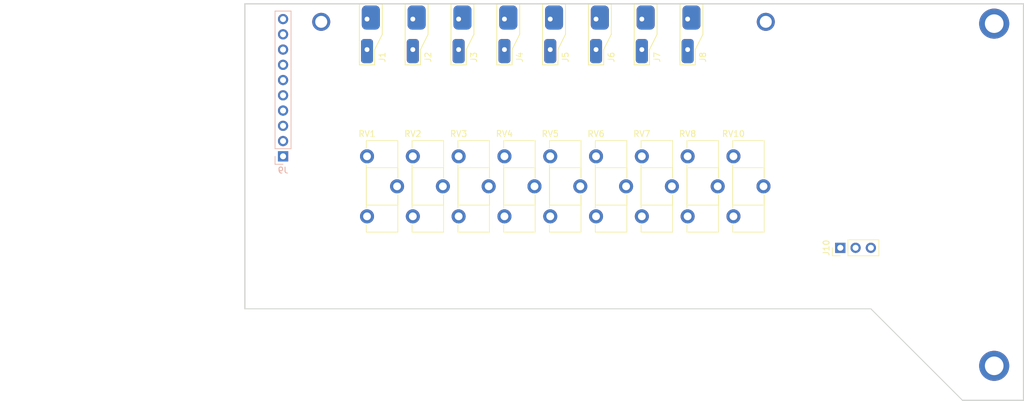
<source format=kicad_pcb>
(kicad_pcb (version 20171130) (host pcbnew 5.0.2-bee76a0~70~ubuntu16.04.1)

  (general
    (thickness 1.6)
    (drawings 10)
    (tracks 4)
    (zones 0)
    (modules 19)
    (nets 21)
  )

  (page A4)
  (layers
    (0 F.Cu signal)
    (31 B.Cu signal)
    (32 B.Adhes user)
    (33 F.Adhes user)
    (34 B.Paste user)
    (35 F.Paste user)
    (36 B.SilkS user)
    (37 F.SilkS user)
    (38 B.Mask user)
    (39 F.Mask user)
    (40 Dwgs.User user)
    (41 Cmts.User user)
    (42 Eco1.User user)
    (43 Eco2.User user)
    (44 Edge.Cuts user)
    (45 Margin user)
    (46 B.CrtYd user)
    (47 F.CrtYd user)
    (48 B.Fab user)
    (49 F.Fab user)
  )

  (setup
    (last_trace_width 2)
    (trace_clearance 1)
    (zone_clearance 1)
    (zone_45_only no)
    (trace_min 0.2)
    (segment_width 0.2)
    (edge_width 0.15)
    (via_size 0.8)
    (via_drill 0.4)
    (via_min_size 0.4)
    (via_min_drill 0.3)
    (uvia_size 0.3)
    (uvia_drill 0.1)
    (uvias_allowed no)
    (uvia_min_size 0.2)
    (uvia_min_drill 0.1)
    (pcb_text_width 0.3)
    (pcb_text_size 1.5 1.5)
    (mod_edge_width 0.15)
    (mod_text_size 1 1)
    (mod_text_width 0.15)
    (pad_size 2.34 2.34)
    (pad_drill 1.3)
    (pad_to_mask_clearance 0.051)
    (solder_mask_min_width 0.25)
    (aux_axis_origin 0 0)
    (visible_elements FFFFFF7F)
    (pcbplotparams
      (layerselection 0x010fc_ffffffff)
      (usegerberextensions false)
      (usegerberattributes false)
      (usegerberadvancedattributes false)
      (creategerberjobfile false)
      (excludeedgelayer true)
      (linewidth 0.100000)
      (plotframeref false)
      (viasonmask false)
      (mode 1)
      (useauxorigin false)
      (hpglpennumber 1)
      (hpglpenspeed 20)
      (hpglpendiameter 15.000000)
      (psnegative false)
      (psa4output false)
      (plotreference true)
      (plotvalue true)
      (plotinvisibletext false)
      (padsonsilk false)
      (subtractmaskfromsilk false)
      (outputformat 1)
      (mirror false)
      (drillshape 1)
      (scaleselection 1)
      (outputdirectory ""))
  )

  (net 0 "")
  (net 1 GNDA)
  (net 2 "Net-(J1-Pad2)")
  (net 3 "Net-(J2-Pad2)")
  (net 4 "Net-(J3-Pad2)")
  (net 5 "Net-(J4-Pad2)")
  (net 6 "Net-(J5-Pad2)")
  (net 7 "Net-(J6-Pad2)")
  (net 8 "Net-(J7-Pad2)")
  (net 9 "Net-(J8-Pad2)")
  (net 10 "Net-(J9-Pad2)")
  (net 11 "Net-(J9-Pad3)")
  (net 12 "Net-(J9-Pad4)")
  (net 13 "Net-(J9-Pad5)")
  (net 14 "Net-(J9-Pad6)")
  (net 15 "Net-(J9-Pad7)")
  (net 16 "Net-(J9-Pad8)")
  (net 17 "Net-(J9-Pad9)")
  (net 18 "Net-(J10-Pad1)")
  (net 19 "Net-(J10-Pad2)")
  (net 20 "Net-(J10-Pad3)")

  (net_class Default "This is the default net class."
    (clearance 1)
    (trace_width 2)
    (via_dia 0.8)
    (via_drill 0.4)
    (uvia_dia 0.3)
    (uvia_drill 0.1)
    (add_net GNDA)
    (add_net "Net-(J1-Pad2)")
    (add_net "Net-(J10-Pad1)")
    (add_net "Net-(J10-Pad2)")
    (add_net "Net-(J10-Pad3)")
    (add_net "Net-(J2-Pad2)")
    (add_net "Net-(J3-Pad2)")
    (add_net "Net-(J4-Pad2)")
    (add_net "Net-(J5-Pad2)")
    (add_net "Net-(J6-Pad2)")
    (add_net "Net-(J7-Pad2)")
    (add_net "Net-(J8-Pad2)")
    (add_net "Net-(J9-Pad2)")
    (add_net "Net-(J9-Pad3)")
    (add_net "Net-(J9-Pad4)")
    (add_net "Net-(J9-Pad5)")
    (add_net "Net-(J9-Pad6)")
    (add_net "Net-(J9-Pad7)")
    (add_net "Net-(J9-Pad8)")
    (add_net "Net-(J9-Pad9)")
  )

  (module footprints:coax_solder_pad (layer F.Cu) (tedit 5CB1CA80) (tstamp 5CEA5086)
    (at 73.66 15.24 270)
    (path /5CEA9CF8)
    (fp_text reference J1 (at 6.35 -2.54 270) (layer F.SilkS)
      (effects (font (size 1 1) (thickness 0.15)))
    )
    (fp_text value Conn_01x02 (at 3.81 -3.81 270) (layer F.Fab)
      (effects (font (size 1 1) (thickness 0.15)))
    )
    (fp_line (start -2.54 -2.54) (end 2.54 -2.54) (layer F.SilkS) (width 0.15))
    (fp_line (start 2.54 -2.54) (end 5.08 -1.27) (layer F.SilkS) (width 0.15))
    (fp_line (start 5.08 -1.27) (end 7.62 -1.27) (layer F.SilkS) (width 0.15))
    (fp_line (start 7.62 -1.27) (end 7.62 1.27) (layer F.SilkS) (width 0.15))
    (fp_line (start 7.62 1.27) (end -2.54 1.27) (layer F.SilkS) (width 0.15))
    (fp_line (start -2.54 1.27) (end -2.54 -2.54) (layer F.SilkS) (width 0.15))
    (pad 1 thru_hole roundrect (at 0 0 270) (size 4 3) (drill 0.8 (offset -0.254 -0.635)) (layers *.Cu *.Mask) (roundrect_rratio 0.25)
      (net 1 GNDA))
    (pad 2 thru_hole roundrect (at 5.08 0 270) (size 4 2) (drill 0.8 (offset 0.254 0)) (layers *.Cu *.Mask) (roundrect_rratio 0.25)
      (net 2 "Net-(J1-Pad2)"))
  )

  (module footprints:coax_solder_pad (layer F.Cu) (tedit 5CB1CA80) (tstamp 5CEA5092)
    (at 81.28 15.24 270)
    (path /5CEAA6AA)
    (fp_text reference J2 (at 6.35 -2.54 270) (layer F.SilkS)
      (effects (font (size 1 1) (thickness 0.15)))
    )
    (fp_text value Conn_01x02 (at 3.81 -3.81 270) (layer F.Fab)
      (effects (font (size 1 1) (thickness 0.15)))
    )
    (fp_line (start -2.54 1.27) (end -2.54 -2.54) (layer F.SilkS) (width 0.15))
    (fp_line (start 7.62 1.27) (end -2.54 1.27) (layer F.SilkS) (width 0.15))
    (fp_line (start 7.62 -1.27) (end 7.62 1.27) (layer F.SilkS) (width 0.15))
    (fp_line (start 5.08 -1.27) (end 7.62 -1.27) (layer F.SilkS) (width 0.15))
    (fp_line (start 2.54 -2.54) (end 5.08 -1.27) (layer F.SilkS) (width 0.15))
    (fp_line (start -2.54 -2.54) (end 2.54 -2.54) (layer F.SilkS) (width 0.15))
    (pad 2 thru_hole roundrect (at 5.08 0 270) (size 4 2) (drill 0.8 (offset 0.254 0)) (layers *.Cu *.Mask) (roundrect_rratio 0.25)
      (net 3 "Net-(J2-Pad2)"))
    (pad 1 thru_hole roundrect (at 0 0 270) (size 4 3) (drill 0.8 (offset -0.254 -0.635)) (layers *.Cu *.Mask) (roundrect_rratio 0.25)
      (net 1 GNDA))
  )

  (module footprints:coax_solder_pad (layer F.Cu) (tedit 5CB1CA80) (tstamp 5CEA509E)
    (at 88.9 15.24 270)
    (path /5CEAB615)
    (fp_text reference J3 (at 6.35 -2.54 270) (layer F.SilkS)
      (effects (font (size 1 1) (thickness 0.15)))
    )
    (fp_text value Conn_01x02 (at 3.81 -3.81 270) (layer F.Fab)
      (effects (font (size 1 1) (thickness 0.15)))
    )
    (fp_line (start -2.54 -2.54) (end 2.54 -2.54) (layer F.SilkS) (width 0.15))
    (fp_line (start 2.54 -2.54) (end 5.08 -1.27) (layer F.SilkS) (width 0.15))
    (fp_line (start 5.08 -1.27) (end 7.62 -1.27) (layer F.SilkS) (width 0.15))
    (fp_line (start 7.62 -1.27) (end 7.62 1.27) (layer F.SilkS) (width 0.15))
    (fp_line (start 7.62 1.27) (end -2.54 1.27) (layer F.SilkS) (width 0.15))
    (fp_line (start -2.54 1.27) (end -2.54 -2.54) (layer F.SilkS) (width 0.15))
    (pad 1 thru_hole roundrect (at 0 0 270) (size 4 3) (drill 0.8 (offset -0.254 -0.635)) (layers *.Cu *.Mask) (roundrect_rratio 0.25)
      (net 1 GNDA))
    (pad 2 thru_hole roundrect (at 5.08 0 270) (size 4 2) (drill 0.8 (offset 0.254 0)) (layers *.Cu *.Mask) (roundrect_rratio 0.25)
      (net 4 "Net-(J3-Pad2)"))
  )

  (module footprints:coax_solder_pad (layer F.Cu) (tedit 5CB1CA80) (tstamp 5CEA6703)
    (at 96.52 15.24 270)
    (path /5CEABD74)
    (fp_text reference J4 (at 6.35 -2.54 270) (layer F.SilkS)
      (effects (font (size 1 1) (thickness 0.15)))
    )
    (fp_text value Conn_01x02 (at 3.81 -3.81 270) (layer F.Fab)
      (effects (font (size 1 1) (thickness 0.15)))
    )
    (fp_line (start -2.54 1.27) (end -2.54 -2.54) (layer F.SilkS) (width 0.15))
    (fp_line (start 7.62 1.27) (end -2.54 1.27) (layer F.SilkS) (width 0.15))
    (fp_line (start 7.62 -1.27) (end 7.62 1.27) (layer F.SilkS) (width 0.15))
    (fp_line (start 5.08 -1.27) (end 7.62 -1.27) (layer F.SilkS) (width 0.15))
    (fp_line (start 2.54 -2.54) (end 5.08 -1.27) (layer F.SilkS) (width 0.15))
    (fp_line (start -2.54 -2.54) (end 2.54 -2.54) (layer F.SilkS) (width 0.15))
    (pad 2 thru_hole roundrect (at 5.08 0 270) (size 4 2) (drill 0.8 (offset 0.254 0)) (layers *.Cu *.Mask) (roundrect_rratio 0.25)
      (net 5 "Net-(J4-Pad2)"))
    (pad 1 thru_hole roundrect (at 0 0 270) (size 4 3) (drill 0.8 (offset -0.254 -0.635)) (layers *.Cu *.Mask) (roundrect_rratio 0.25)
      (net 1 GNDA))
  )

  (module footprints:coax_solder_pad (layer F.Cu) (tedit 5CB1CA80) (tstamp 5CEA50B6)
    (at 104.14 15.24 270)
    (path /5CEAC4D7)
    (fp_text reference J5 (at 6.35 -2.54 270) (layer F.SilkS)
      (effects (font (size 1 1) (thickness 0.15)))
    )
    (fp_text value Conn_01x02 (at 3.81 -3.81 270) (layer F.Fab)
      (effects (font (size 1 1) (thickness 0.15)))
    )
    (fp_line (start -2.54 -2.54) (end 2.54 -2.54) (layer F.SilkS) (width 0.15))
    (fp_line (start 2.54 -2.54) (end 5.08 -1.27) (layer F.SilkS) (width 0.15))
    (fp_line (start 5.08 -1.27) (end 7.62 -1.27) (layer F.SilkS) (width 0.15))
    (fp_line (start 7.62 -1.27) (end 7.62 1.27) (layer F.SilkS) (width 0.15))
    (fp_line (start 7.62 1.27) (end -2.54 1.27) (layer F.SilkS) (width 0.15))
    (fp_line (start -2.54 1.27) (end -2.54 -2.54) (layer F.SilkS) (width 0.15))
    (pad 1 thru_hole roundrect (at 0 0 270) (size 4 3) (drill 0.8 (offset -0.254 -0.635)) (layers *.Cu *.Mask) (roundrect_rratio 0.25)
      (net 1 GNDA))
    (pad 2 thru_hole roundrect (at 5.08 0 270) (size 4 2) (drill 0.8 (offset 0.254 0)) (layers *.Cu *.Mask) (roundrect_rratio 0.25)
      (net 6 "Net-(J5-Pad2)"))
  )

  (module footprints:coax_solder_pad (layer F.Cu) (tedit 5CB1CA80) (tstamp 5CEA50C2)
    (at 111.76 15.24 270)
    (path /5CEACC54)
    (fp_text reference J6 (at 6.35 -2.54 270) (layer F.SilkS)
      (effects (font (size 1 1) (thickness 0.15)))
    )
    (fp_text value Conn_01x02 (at 3.81 -3.81 270) (layer F.Fab)
      (effects (font (size 1 1) (thickness 0.15)))
    )
    (fp_line (start -2.54 1.27) (end -2.54 -2.54) (layer F.SilkS) (width 0.15))
    (fp_line (start 7.62 1.27) (end -2.54 1.27) (layer F.SilkS) (width 0.15))
    (fp_line (start 7.62 -1.27) (end 7.62 1.27) (layer F.SilkS) (width 0.15))
    (fp_line (start 5.08 -1.27) (end 7.62 -1.27) (layer F.SilkS) (width 0.15))
    (fp_line (start 2.54 -2.54) (end 5.08 -1.27) (layer F.SilkS) (width 0.15))
    (fp_line (start -2.54 -2.54) (end 2.54 -2.54) (layer F.SilkS) (width 0.15))
    (pad 2 thru_hole roundrect (at 5.08 0 270) (size 4 2) (drill 0.8 (offset 0.254 0)) (layers *.Cu *.Mask) (roundrect_rratio 0.25)
      (net 7 "Net-(J6-Pad2)"))
    (pad 1 thru_hole roundrect (at 0 0 270) (size 4 3) (drill 0.8 (offset -0.254 -0.635)) (layers *.Cu *.Mask) (roundrect_rratio 0.25)
      (net 1 GNDA))
  )

  (module footprints:coax_solder_pad (layer F.Cu) (tedit 5CB1CA80) (tstamp 5CEA50CE)
    (at 119.38 15.24 270)
    (path /5CEAD3AB)
    (fp_text reference J7 (at 6.35 -2.54 270) (layer F.SilkS)
      (effects (font (size 1 1) (thickness 0.15)))
    )
    (fp_text value Conn_01x02 (at 3.81 -3.81 270) (layer F.Fab)
      (effects (font (size 1 1) (thickness 0.15)))
    )
    (fp_line (start -2.54 -2.54) (end 2.54 -2.54) (layer F.SilkS) (width 0.15))
    (fp_line (start 2.54 -2.54) (end 5.08 -1.27) (layer F.SilkS) (width 0.15))
    (fp_line (start 5.08 -1.27) (end 7.62 -1.27) (layer F.SilkS) (width 0.15))
    (fp_line (start 7.62 -1.27) (end 7.62 1.27) (layer F.SilkS) (width 0.15))
    (fp_line (start 7.62 1.27) (end -2.54 1.27) (layer F.SilkS) (width 0.15))
    (fp_line (start -2.54 1.27) (end -2.54 -2.54) (layer F.SilkS) (width 0.15))
    (pad 1 thru_hole roundrect (at 0 0 270) (size 4 3) (drill 0.8 (offset -0.254 -0.635)) (layers *.Cu *.Mask) (roundrect_rratio 0.25)
      (net 1 GNDA))
    (pad 2 thru_hole roundrect (at 5.08 0 270) (size 4 2) (drill 0.8 (offset 0.254 0)) (layers *.Cu *.Mask) (roundrect_rratio 0.25)
      (net 8 "Net-(J7-Pad2)"))
  )

  (module footprints:coax_solder_pad (layer F.Cu) (tedit 5CB1CA80) (tstamp 5CEA50DA)
    (at 127 15.24 270)
    (path /5CEADB0E)
    (fp_text reference J8 (at 6.35 -2.54 270) (layer F.SilkS)
      (effects (font (size 1 1) (thickness 0.15)))
    )
    (fp_text value Conn_01x02 (at 3.81 -3.81 270) (layer F.Fab)
      (effects (font (size 1 1) (thickness 0.15)))
    )
    (fp_line (start -2.54 1.27) (end -2.54 -2.54) (layer F.SilkS) (width 0.15))
    (fp_line (start 7.62 1.27) (end -2.54 1.27) (layer F.SilkS) (width 0.15))
    (fp_line (start 7.62 -1.27) (end 7.62 1.27) (layer F.SilkS) (width 0.15))
    (fp_line (start 5.08 -1.27) (end 7.62 -1.27) (layer F.SilkS) (width 0.15))
    (fp_line (start 2.54 -2.54) (end 5.08 -1.27) (layer F.SilkS) (width 0.15))
    (fp_line (start -2.54 -2.54) (end 2.54 -2.54) (layer F.SilkS) (width 0.15))
    (pad 2 thru_hole roundrect (at 5.08 0 270) (size 4 2) (drill 0.8 (offset 0.254 0)) (layers *.Cu *.Mask) (roundrect_rratio 0.25)
      (net 9 "Net-(J8-Pad2)"))
    (pad 1 thru_hole roundrect (at 0 0 270) (size 4 3) (drill 0.8 (offset -0.254 -0.635)) (layers *.Cu *.Mask) (roundrect_rratio 0.25)
      (net 1 GNDA))
  )

  (module Connector_PinHeader_2.54mm:PinHeader_1x10_P2.54mm_Vertical (layer B.Cu) (tedit 59FED5CC) (tstamp 5CEA5E60)
    (at 59.69 38.1)
    (descr "Through hole straight pin header, 1x10, 2.54mm pitch, single row")
    (tags "Through hole pin header THT 1x10 2.54mm single row")
    (path /5CEA4DA9)
    (fp_text reference J9 (at 0 2.33) (layer B.SilkS)
      (effects (font (size 1 1) (thickness 0.15)) (justify mirror))
    )
    (fp_text value Conn_01x10 (at 0 -25.19) (layer B.Fab)
      (effects (font (size 1 1) (thickness 0.15)) (justify mirror))
    )
    (fp_line (start -0.635 1.27) (end 1.27 1.27) (layer B.Fab) (width 0.1))
    (fp_line (start 1.27 1.27) (end 1.27 -24.13) (layer B.Fab) (width 0.1))
    (fp_line (start 1.27 -24.13) (end -1.27 -24.13) (layer B.Fab) (width 0.1))
    (fp_line (start -1.27 -24.13) (end -1.27 0.635) (layer B.Fab) (width 0.1))
    (fp_line (start -1.27 0.635) (end -0.635 1.27) (layer B.Fab) (width 0.1))
    (fp_line (start -1.33 -24.19) (end 1.33 -24.19) (layer B.SilkS) (width 0.12))
    (fp_line (start -1.33 -1.27) (end -1.33 -24.19) (layer B.SilkS) (width 0.12))
    (fp_line (start 1.33 -1.27) (end 1.33 -24.19) (layer B.SilkS) (width 0.12))
    (fp_line (start -1.33 -1.27) (end 1.33 -1.27) (layer B.SilkS) (width 0.12))
    (fp_line (start -1.33 0) (end -1.33 1.33) (layer B.SilkS) (width 0.12))
    (fp_line (start -1.33 1.33) (end 0 1.33) (layer B.SilkS) (width 0.12))
    (fp_line (start -1.8 1.8) (end -1.8 -24.65) (layer B.CrtYd) (width 0.05))
    (fp_line (start -1.8 -24.65) (end 1.8 -24.65) (layer B.CrtYd) (width 0.05))
    (fp_line (start 1.8 -24.65) (end 1.8 1.8) (layer B.CrtYd) (width 0.05))
    (fp_line (start 1.8 1.8) (end -1.8 1.8) (layer B.CrtYd) (width 0.05))
    (fp_text user %R (at 0 -11.43 -90) (layer B.Fab)
      (effects (font (size 1 1) (thickness 0.15)) (justify mirror))
    )
    (pad 1 thru_hole rect (at 0 0) (size 1.7 1.7) (drill 1) (layers *.Cu *.Mask)
      (net 1 GNDA))
    (pad 2 thru_hole oval (at 0 -2.54) (size 1.7 1.7) (drill 1) (layers *.Cu *.Mask)
      (net 10 "Net-(J9-Pad2)"))
    (pad 3 thru_hole oval (at 0 -5.08) (size 1.7 1.7) (drill 1) (layers *.Cu *.Mask)
      (net 11 "Net-(J9-Pad3)"))
    (pad 4 thru_hole oval (at 0 -7.62) (size 1.7 1.7) (drill 1) (layers *.Cu *.Mask)
      (net 12 "Net-(J9-Pad4)"))
    (pad 5 thru_hole oval (at 0 -10.16) (size 1.7 1.7) (drill 1) (layers *.Cu *.Mask)
      (net 13 "Net-(J9-Pad5)"))
    (pad 6 thru_hole oval (at 0 -12.7) (size 1.7 1.7) (drill 1) (layers *.Cu *.Mask)
      (net 14 "Net-(J9-Pad6)"))
    (pad 7 thru_hole oval (at 0 -15.24) (size 1.7 1.7) (drill 1) (layers *.Cu *.Mask)
      (net 15 "Net-(J9-Pad7)"))
    (pad 8 thru_hole oval (at 0 -17.78) (size 1.7 1.7) (drill 1) (layers *.Cu *.Mask)
      (net 16 "Net-(J9-Pad8)"))
    (pad 9 thru_hole oval (at 0 -20.32) (size 1.7 1.7) (drill 1) (layers *.Cu *.Mask)
      (net 17 "Net-(J9-Pad9)"))
    (pad 10 thru_hole oval (at 0 -22.86) (size 1.7 1.7) (drill 1) (layers *.Cu *.Mask)
      (net 1 GNDA))
    (model ${KISYS3DMOD}/Connector_PinHeader_2.54mm.3dshapes/PinHeader_1x10_P2.54mm_Vertical.wrl
      (at (xyz 0 0 0))
      (scale (xyz 1 1 1))
      (rotate (xyz 0 0 0))
    )
  )

  (module Connector_PinHeader_2.54mm:PinHeader_1x03_P2.54mm_Vertical (layer F.Cu) (tedit 59FED5CC) (tstamp 5CEA68B6)
    (at 152.4 53.34 90)
    (descr "Through hole straight pin header, 1x03, 2.54mm pitch, single row")
    (tags "Through hole pin header THT 1x03 2.54mm single row")
    (path /5CEA4A3E)
    (fp_text reference J10 (at 0 -2.33 90) (layer F.SilkS)
      (effects (font (size 1 1) (thickness 0.15)))
    )
    (fp_text value Conn_servo (at 0 7.41 90) (layer F.Fab)
      (effects (font (size 1 1) (thickness 0.15)))
    )
    (fp_line (start -0.635 -1.27) (end 1.27 -1.27) (layer F.Fab) (width 0.1))
    (fp_line (start 1.27 -1.27) (end 1.27 6.35) (layer F.Fab) (width 0.1))
    (fp_line (start 1.27 6.35) (end -1.27 6.35) (layer F.Fab) (width 0.1))
    (fp_line (start -1.27 6.35) (end -1.27 -0.635) (layer F.Fab) (width 0.1))
    (fp_line (start -1.27 -0.635) (end -0.635 -1.27) (layer F.Fab) (width 0.1))
    (fp_line (start -1.33 6.41) (end 1.33 6.41) (layer F.SilkS) (width 0.12))
    (fp_line (start -1.33 1.27) (end -1.33 6.41) (layer F.SilkS) (width 0.12))
    (fp_line (start 1.33 1.27) (end 1.33 6.41) (layer F.SilkS) (width 0.12))
    (fp_line (start -1.33 1.27) (end 1.33 1.27) (layer F.SilkS) (width 0.12))
    (fp_line (start -1.33 0) (end -1.33 -1.33) (layer F.SilkS) (width 0.12))
    (fp_line (start -1.33 -1.33) (end 0 -1.33) (layer F.SilkS) (width 0.12))
    (fp_line (start -1.8 -1.8) (end -1.8 6.85) (layer F.CrtYd) (width 0.05))
    (fp_line (start -1.8 6.85) (end 1.8 6.85) (layer F.CrtYd) (width 0.05))
    (fp_line (start 1.8 6.85) (end 1.8 -1.8) (layer F.CrtYd) (width 0.05))
    (fp_line (start 1.8 -1.8) (end -1.8 -1.8) (layer F.CrtYd) (width 0.05))
    (fp_text user %R (at 0 2.54 180) (layer F.Fab)
      (effects (font (size 1 1) (thickness 0.15)))
    )
    (pad 1 thru_hole rect (at 0 0 90) (size 1.7 1.7) (drill 1) (layers *.Cu *.Mask)
      (net 18 "Net-(J10-Pad1)"))
    (pad 2 thru_hole oval (at 0 2.54 90) (size 1.7 1.7) (drill 1) (layers *.Cu *.Mask)
      (net 19 "Net-(J10-Pad2)"))
    (pad 3 thru_hole oval (at 0 5.08 90) (size 1.7 1.7) (drill 1) (layers *.Cu *.Mask)
      (net 20 "Net-(J10-Pad3)"))
    (model ${KISYS3DMOD}/Connector_PinHeader_2.54mm.3dshapes/PinHeader_1x03_P2.54mm_Vertical.wrl
      (at (xyz 0 0 0))
      (scale (xyz 1 1 1))
      (rotate (xyz 0 0 0))
    )
  )

  (module Potentiometer_THT:Potentiometer_Piher_PT-15-H05_Horizontal (layer F.Cu) (tedit 5A3D4994) (tstamp 5CEA512F)
    (at 73.66 38.1)
    (descr "Potentiometer, horizontal, Piher PT-15-H05, http://www.piher-nacesa.com/pdf/14-PT15v03.pdf")
    (tags "Potentiometer horizontal Piher PT-15-H05")
    (path /5CEA489F)
    (fp_text reference RV1 (at 0 -3.75) (layer F.SilkS)
      (effects (font (size 1 1) (thickness 0.15)))
    )
    (fp_text value R_POT (at 0 13.75) (layer F.Fab)
      (effects (font (size 1 1) (thickness 0.15)))
    )
    (fp_line (start 5 -2.5) (end 5 12.5) (layer F.Fab) (width 0.1))
    (fp_line (start 5 12.5) (end 0 12.5) (layer F.Fab) (width 0.1))
    (fp_line (start 0 12.5) (end 0 -2.5) (layer F.Fab) (width 0.1))
    (fp_line (start 0 -2.5) (end 5 -2.5) (layer F.Fab) (width 0.1))
    (fp_line (start 0 2) (end 0 8) (layer F.Fab) (width 0.1))
    (fp_line (start 0 8) (end 5 8) (layer F.Fab) (width 0.1))
    (fp_line (start 5 8) (end 5 2) (layer F.Fab) (width 0.1))
    (fp_line (start 5 2) (end 0 2) (layer F.Fab) (width 0.1))
    (fp_line (start -0.121 -2.62) (end 5.12 -2.62) (layer F.SilkS) (width 0.12))
    (fp_line (start -0.121 12.62) (end 5.12 12.62) (layer F.SilkS) (width 0.12))
    (fp_line (start 5.12 -2.62) (end 5.12 3.575) (layer F.SilkS) (width 0.12))
    (fp_line (start 5.12 6.425) (end 5.12 12.62) (layer F.SilkS) (width 0.12))
    (fp_line (start -0.121 11.425) (end -0.121 12.62) (layer F.SilkS) (width 0.12))
    (fp_line (start -0.121 -2.62) (end -0.121 -1.426) (layer F.SilkS) (width 0.12))
    (fp_line (start -0.121 1.426) (end -0.121 8.575) (layer F.SilkS) (width 0.12))
    (fp_line (start -0.121 1.88) (end 5.12 1.88) (layer F.SilkS) (width 0.12))
    (fp_line (start -0.121 8.121) (end 5.12 8.121) (layer F.SilkS) (width 0.12))
    (fp_line (start -0.121 1.88) (end -0.121 8.121) (layer F.SilkS) (width 0.12))
    (fp_line (start 5.12 1.88) (end 5.12 3.575) (layer F.SilkS) (width 0.12))
    (fp_line (start 5.12 6.425) (end 5.12 8.121) (layer F.SilkS) (width 0.12))
    (fp_line (start -1.45 -2.75) (end -1.45 12.75) (layer F.CrtYd) (width 0.05))
    (fp_line (start -1.45 12.75) (end 6.45 12.75) (layer F.CrtYd) (width 0.05))
    (fp_line (start 6.45 12.75) (end 6.45 -2.75) (layer F.CrtYd) (width 0.05))
    (fp_line (start 6.45 -2.75) (end -1.45 -2.75) (layer F.CrtYd) (width 0.05))
    (fp_text user %R (at 2.5 5) (layer F.Fab)
      (effects (font (size 1 1) (thickness 0.15)))
    )
    (pad 3 thru_hole circle (at 0 10) (size 2.34 2.34) (drill 1.3) (layers *.Cu *.Mask)
      (net 1 GNDA))
    (pad 2 thru_hole circle (at 5 5) (size 2.34 2.34) (drill 1.3) (layers *.Cu *.Mask)
      (net 10 "Net-(J9-Pad2)"))
    (pad 1 thru_hole circle (at 0 0) (size 2.34 2.34) (drill 1.3) (layers *.Cu *.Mask)
      (net 2 "Net-(J1-Pad2)"))
    (model ${KISYS3DMOD}/Potentiometer_THT.3dshapes/Potentiometer_Piher_PT-15-H05_Horizontal.wrl
      (at (xyz 0 0 0))
      (scale (xyz 1 1 1))
      (rotate (xyz 0 0 0))
    )
  )

  (module Potentiometer_THT:Potentiometer_Piher_PT-15-H05_Horizontal (layer F.Cu) (tedit 5A3D4994) (tstamp 5CEA514F)
    (at 81.28 38.1)
    (descr "Potentiometer, horizontal, Piher PT-15-H05, http://www.piher-nacesa.com/pdf/14-PT15v03.pdf")
    (tags "Potentiometer horizontal Piher PT-15-H05")
    (path /5CEA509A)
    (fp_text reference RV2 (at 0 -3.75) (layer F.SilkS)
      (effects (font (size 1 1) (thickness 0.15)))
    )
    (fp_text value R_POT (at 0 13.75) (layer F.Fab)
      (effects (font (size 1 1) (thickness 0.15)))
    )
    (fp_text user %R (at 2.5 5) (layer F.Fab)
      (effects (font (size 1 1) (thickness 0.15)))
    )
    (fp_line (start 6.45 -2.75) (end -1.45 -2.75) (layer F.CrtYd) (width 0.05))
    (fp_line (start 6.45 12.75) (end 6.45 -2.75) (layer F.CrtYd) (width 0.05))
    (fp_line (start -1.45 12.75) (end 6.45 12.75) (layer F.CrtYd) (width 0.05))
    (fp_line (start -1.45 -2.75) (end -1.45 12.75) (layer F.CrtYd) (width 0.05))
    (fp_line (start 5.12 6.425) (end 5.12 8.121) (layer F.SilkS) (width 0.12))
    (fp_line (start 5.12 1.88) (end 5.12 3.575) (layer F.SilkS) (width 0.12))
    (fp_line (start -0.121 1.88) (end -0.121 8.121) (layer F.SilkS) (width 0.12))
    (fp_line (start -0.121 8.121) (end 5.12 8.121) (layer F.SilkS) (width 0.12))
    (fp_line (start -0.121 1.88) (end 5.12 1.88) (layer F.SilkS) (width 0.12))
    (fp_line (start -0.121 1.426) (end -0.121 8.575) (layer F.SilkS) (width 0.12))
    (fp_line (start -0.121 -2.62) (end -0.121 -1.426) (layer F.SilkS) (width 0.12))
    (fp_line (start -0.121 11.425) (end -0.121 12.62) (layer F.SilkS) (width 0.12))
    (fp_line (start 5.12 6.425) (end 5.12 12.62) (layer F.SilkS) (width 0.12))
    (fp_line (start 5.12 -2.62) (end 5.12 3.575) (layer F.SilkS) (width 0.12))
    (fp_line (start -0.121 12.62) (end 5.12 12.62) (layer F.SilkS) (width 0.12))
    (fp_line (start -0.121 -2.62) (end 5.12 -2.62) (layer F.SilkS) (width 0.12))
    (fp_line (start 5 2) (end 0 2) (layer F.Fab) (width 0.1))
    (fp_line (start 5 8) (end 5 2) (layer F.Fab) (width 0.1))
    (fp_line (start 0 8) (end 5 8) (layer F.Fab) (width 0.1))
    (fp_line (start 0 2) (end 0 8) (layer F.Fab) (width 0.1))
    (fp_line (start 0 -2.5) (end 5 -2.5) (layer F.Fab) (width 0.1))
    (fp_line (start 0 12.5) (end 0 -2.5) (layer F.Fab) (width 0.1))
    (fp_line (start 5 12.5) (end 0 12.5) (layer F.Fab) (width 0.1))
    (fp_line (start 5 -2.5) (end 5 12.5) (layer F.Fab) (width 0.1))
    (pad 1 thru_hole circle (at 0 0) (size 2.34 2.34) (drill 1.3) (layers *.Cu *.Mask)
      (net 3 "Net-(J2-Pad2)"))
    (pad 2 thru_hole circle (at 5 5) (size 2.34 2.34) (drill 1.3) (layers *.Cu *.Mask)
      (net 11 "Net-(J9-Pad3)"))
    (pad 3 thru_hole circle (at 0 10) (size 2.34 2.34) (drill 1.3) (layers *.Cu *.Mask)
      (net 1 GNDA))
    (model ${KISYS3DMOD}/Potentiometer_THT.3dshapes/Potentiometer_Piher_PT-15-H05_Horizontal.wrl
      (at (xyz 0 0 0))
      (scale (xyz 1 1 1))
      (rotate (xyz 0 0 0))
    )
  )

  (module Potentiometer_THT:Potentiometer_Piher_PT-15-H05_Horizontal (layer F.Cu) (tedit 5A3D4994) (tstamp 5CEA516F)
    (at 88.9 38.1)
    (descr "Potentiometer, horizontal, Piher PT-15-H05, http://www.piher-nacesa.com/pdf/14-PT15v03.pdf")
    (tags "Potentiometer horizontal Piher PT-15-H05")
    (path /5CEA51E9)
    (fp_text reference RV3 (at 0 -3.75) (layer F.SilkS)
      (effects (font (size 1 1) (thickness 0.15)))
    )
    (fp_text value R_POT (at 0 13.75) (layer F.Fab)
      (effects (font (size 1 1) (thickness 0.15)))
    )
    (fp_line (start 5 -2.5) (end 5 12.5) (layer F.Fab) (width 0.1))
    (fp_line (start 5 12.5) (end 0 12.5) (layer F.Fab) (width 0.1))
    (fp_line (start 0 12.5) (end 0 -2.5) (layer F.Fab) (width 0.1))
    (fp_line (start 0 -2.5) (end 5 -2.5) (layer F.Fab) (width 0.1))
    (fp_line (start 0 2) (end 0 8) (layer F.Fab) (width 0.1))
    (fp_line (start 0 8) (end 5 8) (layer F.Fab) (width 0.1))
    (fp_line (start 5 8) (end 5 2) (layer F.Fab) (width 0.1))
    (fp_line (start 5 2) (end 0 2) (layer F.Fab) (width 0.1))
    (fp_line (start -0.121 -2.62) (end 5.12 -2.62) (layer F.SilkS) (width 0.12))
    (fp_line (start -0.121 12.62) (end 5.12 12.62) (layer F.SilkS) (width 0.12))
    (fp_line (start 5.12 -2.62) (end 5.12 3.575) (layer F.SilkS) (width 0.12))
    (fp_line (start 5.12 6.425) (end 5.12 12.62) (layer F.SilkS) (width 0.12))
    (fp_line (start -0.121 11.425) (end -0.121 12.62) (layer F.SilkS) (width 0.12))
    (fp_line (start -0.121 -2.62) (end -0.121 -1.426) (layer F.SilkS) (width 0.12))
    (fp_line (start -0.121 1.426) (end -0.121 8.575) (layer F.SilkS) (width 0.12))
    (fp_line (start -0.121 1.88) (end 5.12 1.88) (layer F.SilkS) (width 0.12))
    (fp_line (start -0.121 8.121) (end 5.12 8.121) (layer F.SilkS) (width 0.12))
    (fp_line (start -0.121 1.88) (end -0.121 8.121) (layer F.SilkS) (width 0.12))
    (fp_line (start 5.12 1.88) (end 5.12 3.575) (layer F.SilkS) (width 0.12))
    (fp_line (start 5.12 6.425) (end 5.12 8.121) (layer F.SilkS) (width 0.12))
    (fp_line (start -1.45 -2.75) (end -1.45 12.75) (layer F.CrtYd) (width 0.05))
    (fp_line (start -1.45 12.75) (end 6.45 12.75) (layer F.CrtYd) (width 0.05))
    (fp_line (start 6.45 12.75) (end 6.45 -2.75) (layer F.CrtYd) (width 0.05))
    (fp_line (start 6.45 -2.75) (end -1.45 -2.75) (layer F.CrtYd) (width 0.05))
    (fp_text user %R (at 2.5 5) (layer F.Fab)
      (effects (font (size 1 1) (thickness 0.15)))
    )
    (pad 3 thru_hole circle (at 0 10) (size 2.34 2.34) (drill 1.3) (layers *.Cu *.Mask)
      (net 1 GNDA))
    (pad 2 thru_hole circle (at 5 5) (size 2.34 2.34) (drill 1.3) (layers *.Cu *.Mask)
      (net 12 "Net-(J9-Pad4)"))
    (pad 1 thru_hole circle (at 0 0) (size 2.34 2.34) (drill 1.3) (layers *.Cu *.Mask)
      (net 4 "Net-(J3-Pad2)"))
    (model ${KISYS3DMOD}/Potentiometer_THT.3dshapes/Potentiometer_Piher_PT-15-H05_Horizontal.wrl
      (at (xyz 0 0 0))
      (scale (xyz 1 1 1))
      (rotate (xyz 0 0 0))
    )
  )

  (module Potentiometer_THT:Potentiometer_Piher_PT-15-H05_Horizontal (layer F.Cu) (tedit 5A3D4994) (tstamp 5CEA518F)
    (at 96.52 38.1)
    (descr "Potentiometer, horizontal, Piher PT-15-H05, http://www.piher-nacesa.com/pdf/14-PT15v03.pdf")
    (tags "Potentiometer horizontal Piher PT-15-H05")
    (path /5CEA51F7)
    (fp_text reference RV4 (at 0 -3.75) (layer F.SilkS)
      (effects (font (size 1 1) (thickness 0.15)))
    )
    (fp_text value R_POT (at 0 13.75) (layer F.Fab)
      (effects (font (size 1 1) (thickness 0.15)))
    )
    (fp_text user %R (at 2.5 5) (layer F.Fab)
      (effects (font (size 1 1) (thickness 0.15)))
    )
    (fp_line (start 6.45 -2.75) (end -1.45 -2.75) (layer F.CrtYd) (width 0.05))
    (fp_line (start 6.45 12.75) (end 6.45 -2.75) (layer F.CrtYd) (width 0.05))
    (fp_line (start -1.45 12.75) (end 6.45 12.75) (layer F.CrtYd) (width 0.05))
    (fp_line (start -1.45 -2.75) (end -1.45 12.75) (layer F.CrtYd) (width 0.05))
    (fp_line (start 5.12 6.425) (end 5.12 8.121) (layer F.SilkS) (width 0.12))
    (fp_line (start 5.12 1.88) (end 5.12 3.575) (layer F.SilkS) (width 0.12))
    (fp_line (start -0.121 1.88) (end -0.121 8.121) (layer F.SilkS) (width 0.12))
    (fp_line (start -0.121 8.121) (end 5.12 8.121) (layer F.SilkS) (width 0.12))
    (fp_line (start -0.121 1.88) (end 5.12 1.88) (layer F.SilkS) (width 0.12))
    (fp_line (start -0.121 1.426) (end -0.121 8.575) (layer F.SilkS) (width 0.12))
    (fp_line (start -0.121 -2.62) (end -0.121 -1.426) (layer F.SilkS) (width 0.12))
    (fp_line (start -0.121 11.425) (end -0.121 12.62) (layer F.SilkS) (width 0.12))
    (fp_line (start 5.12 6.425) (end 5.12 12.62) (layer F.SilkS) (width 0.12))
    (fp_line (start 5.12 -2.62) (end 5.12 3.575) (layer F.SilkS) (width 0.12))
    (fp_line (start -0.121 12.62) (end 5.12 12.62) (layer F.SilkS) (width 0.12))
    (fp_line (start -0.121 -2.62) (end 5.12 -2.62) (layer F.SilkS) (width 0.12))
    (fp_line (start 5 2) (end 0 2) (layer F.Fab) (width 0.1))
    (fp_line (start 5 8) (end 5 2) (layer F.Fab) (width 0.1))
    (fp_line (start 0 8) (end 5 8) (layer F.Fab) (width 0.1))
    (fp_line (start 0 2) (end 0 8) (layer F.Fab) (width 0.1))
    (fp_line (start 0 -2.5) (end 5 -2.5) (layer F.Fab) (width 0.1))
    (fp_line (start 0 12.5) (end 0 -2.5) (layer F.Fab) (width 0.1))
    (fp_line (start 5 12.5) (end 0 12.5) (layer F.Fab) (width 0.1))
    (fp_line (start 5 -2.5) (end 5 12.5) (layer F.Fab) (width 0.1))
    (pad 1 thru_hole circle (at 0 0) (size 2.34 2.34) (drill 1.3) (layers *.Cu *.Mask)
      (net 5 "Net-(J4-Pad2)"))
    (pad 2 thru_hole circle (at 5 5) (size 2.34 2.34) (drill 1.3) (layers *.Cu *.Mask)
      (net 13 "Net-(J9-Pad5)"))
    (pad 3 thru_hole circle (at 0 10) (size 2.34 2.34) (drill 1.3) (layers *.Cu *.Mask)
      (net 1 GNDA))
    (model ${KISYS3DMOD}/Potentiometer_THT.3dshapes/Potentiometer_Piher_PT-15-H05_Horizontal.wrl
      (at (xyz 0 0 0))
      (scale (xyz 1 1 1))
      (rotate (xyz 0 0 0))
    )
  )

  (module Potentiometer_THT:Potentiometer_Piher_PT-15-H05_Horizontal (layer F.Cu) (tedit 5A3D4994) (tstamp 5CEA51AF)
    (at 104.14 38.1)
    (descr "Potentiometer, horizontal, Piher PT-15-H05, http://www.piher-nacesa.com/pdf/14-PT15v03.pdf")
    (tags "Potentiometer horizontal Piher PT-15-H05")
    (path /5CEA53CE)
    (fp_text reference RV5 (at 0 -3.75) (layer F.SilkS)
      (effects (font (size 1 1) (thickness 0.15)))
    )
    (fp_text value R_POT (at 0 13.75) (layer F.Fab)
      (effects (font (size 1 1) (thickness 0.15)))
    )
    (fp_line (start 5 -2.5) (end 5 12.5) (layer F.Fab) (width 0.1))
    (fp_line (start 5 12.5) (end 0 12.5) (layer F.Fab) (width 0.1))
    (fp_line (start 0 12.5) (end 0 -2.5) (layer F.Fab) (width 0.1))
    (fp_line (start 0 -2.5) (end 5 -2.5) (layer F.Fab) (width 0.1))
    (fp_line (start 0 2) (end 0 8) (layer F.Fab) (width 0.1))
    (fp_line (start 0 8) (end 5 8) (layer F.Fab) (width 0.1))
    (fp_line (start 5 8) (end 5 2) (layer F.Fab) (width 0.1))
    (fp_line (start 5 2) (end 0 2) (layer F.Fab) (width 0.1))
    (fp_line (start -0.121 -2.62) (end 5.12 -2.62) (layer F.SilkS) (width 0.12))
    (fp_line (start -0.121 12.62) (end 5.12 12.62) (layer F.SilkS) (width 0.12))
    (fp_line (start 5.12 -2.62) (end 5.12 3.575) (layer F.SilkS) (width 0.12))
    (fp_line (start 5.12 6.425) (end 5.12 12.62) (layer F.SilkS) (width 0.12))
    (fp_line (start -0.121 11.425) (end -0.121 12.62) (layer F.SilkS) (width 0.12))
    (fp_line (start -0.121 -2.62) (end -0.121 -1.426) (layer F.SilkS) (width 0.12))
    (fp_line (start -0.121 1.426) (end -0.121 8.575) (layer F.SilkS) (width 0.12))
    (fp_line (start -0.121 1.88) (end 5.12 1.88) (layer F.SilkS) (width 0.12))
    (fp_line (start -0.121 8.121) (end 5.12 8.121) (layer F.SilkS) (width 0.12))
    (fp_line (start -0.121 1.88) (end -0.121 8.121) (layer F.SilkS) (width 0.12))
    (fp_line (start 5.12 1.88) (end 5.12 3.575) (layer F.SilkS) (width 0.12))
    (fp_line (start 5.12 6.425) (end 5.12 8.121) (layer F.SilkS) (width 0.12))
    (fp_line (start -1.45 -2.75) (end -1.45 12.75) (layer F.CrtYd) (width 0.05))
    (fp_line (start -1.45 12.75) (end 6.45 12.75) (layer F.CrtYd) (width 0.05))
    (fp_line (start 6.45 12.75) (end 6.45 -2.75) (layer F.CrtYd) (width 0.05))
    (fp_line (start 6.45 -2.75) (end -1.45 -2.75) (layer F.CrtYd) (width 0.05))
    (fp_text user %R (at 2.5 5) (layer F.Fab)
      (effects (font (size 1 1) (thickness 0.15)))
    )
    (pad 3 thru_hole circle (at 0 10) (size 2.34 2.34) (drill 1.3) (layers *.Cu *.Mask)
      (net 1 GNDA))
    (pad 2 thru_hole circle (at 5 5) (size 2.34 2.34) (drill 1.3) (layers *.Cu *.Mask)
      (net 14 "Net-(J9-Pad6)"))
    (pad 1 thru_hole circle (at 0 0) (size 2.34 2.34) (drill 1.3) (layers *.Cu *.Mask)
      (net 6 "Net-(J5-Pad2)"))
    (model ${KISYS3DMOD}/Potentiometer_THT.3dshapes/Potentiometer_Piher_PT-15-H05_Horizontal.wrl
      (at (xyz 0 0 0))
      (scale (xyz 1 1 1))
      (rotate (xyz 0 0 0))
    )
  )

  (module Potentiometer_THT:Potentiometer_Piher_PT-15-H05_Horizontal (layer F.Cu) (tedit 5A3D4994) (tstamp 5CEA51CF)
    (at 111.76 38.1)
    (descr "Potentiometer, horizontal, Piher PT-15-H05, http://www.piher-nacesa.com/pdf/14-PT15v03.pdf")
    (tags "Potentiometer horizontal Piher PT-15-H05")
    (path /5CEA53DC)
    (fp_text reference RV6 (at 0 -3.75) (layer F.SilkS)
      (effects (font (size 1 1) (thickness 0.15)))
    )
    (fp_text value R_POT (at 0 13.75) (layer F.Fab)
      (effects (font (size 1 1) (thickness 0.15)))
    )
    (fp_text user %R (at 2.5 5) (layer F.Fab)
      (effects (font (size 1 1) (thickness 0.15)))
    )
    (fp_line (start 6.45 -2.75) (end -1.45 -2.75) (layer F.CrtYd) (width 0.05))
    (fp_line (start 6.45 12.75) (end 6.45 -2.75) (layer F.CrtYd) (width 0.05))
    (fp_line (start -1.45 12.75) (end 6.45 12.75) (layer F.CrtYd) (width 0.05))
    (fp_line (start -1.45 -2.75) (end -1.45 12.75) (layer F.CrtYd) (width 0.05))
    (fp_line (start 5.12 6.425) (end 5.12 8.121) (layer F.SilkS) (width 0.12))
    (fp_line (start 5.12 1.88) (end 5.12 3.575) (layer F.SilkS) (width 0.12))
    (fp_line (start -0.121 1.88) (end -0.121 8.121) (layer F.SilkS) (width 0.12))
    (fp_line (start -0.121 8.121) (end 5.12 8.121) (layer F.SilkS) (width 0.12))
    (fp_line (start -0.121 1.88) (end 5.12 1.88) (layer F.SilkS) (width 0.12))
    (fp_line (start -0.121 1.426) (end -0.121 8.575) (layer F.SilkS) (width 0.12))
    (fp_line (start -0.121 -2.62) (end -0.121 -1.426) (layer F.SilkS) (width 0.12))
    (fp_line (start -0.121 11.425) (end -0.121 12.62) (layer F.SilkS) (width 0.12))
    (fp_line (start 5.12 6.425) (end 5.12 12.62) (layer F.SilkS) (width 0.12))
    (fp_line (start 5.12 -2.62) (end 5.12 3.575) (layer F.SilkS) (width 0.12))
    (fp_line (start -0.121 12.62) (end 5.12 12.62) (layer F.SilkS) (width 0.12))
    (fp_line (start -0.121 -2.62) (end 5.12 -2.62) (layer F.SilkS) (width 0.12))
    (fp_line (start 5 2) (end 0 2) (layer F.Fab) (width 0.1))
    (fp_line (start 5 8) (end 5 2) (layer F.Fab) (width 0.1))
    (fp_line (start 0 8) (end 5 8) (layer F.Fab) (width 0.1))
    (fp_line (start 0 2) (end 0 8) (layer F.Fab) (width 0.1))
    (fp_line (start 0 -2.5) (end 5 -2.5) (layer F.Fab) (width 0.1))
    (fp_line (start 0 12.5) (end 0 -2.5) (layer F.Fab) (width 0.1))
    (fp_line (start 5 12.5) (end 0 12.5) (layer F.Fab) (width 0.1))
    (fp_line (start 5 -2.5) (end 5 12.5) (layer F.Fab) (width 0.1))
    (pad 1 thru_hole circle (at 0 0) (size 2.34 2.34) (drill 1.3) (layers *.Cu *.Mask)
      (net 7 "Net-(J6-Pad2)"))
    (pad 2 thru_hole circle (at 5 5) (size 2.34 2.34) (drill 1.3) (layers *.Cu *.Mask)
      (net 15 "Net-(J9-Pad7)"))
    (pad 3 thru_hole circle (at 0 10) (size 2.34 2.34) (drill 1.3) (layers *.Cu *.Mask)
      (net 1 GNDA))
    (model ${KISYS3DMOD}/Potentiometer_THT.3dshapes/Potentiometer_Piher_PT-15-H05_Horizontal.wrl
      (at (xyz 0 0 0))
      (scale (xyz 1 1 1))
      (rotate (xyz 0 0 0))
    )
  )

  (module Potentiometer_THT:Potentiometer_Piher_PT-15-H05_Horizontal (layer F.Cu) (tedit 5A3D4994) (tstamp 5CEA51EF)
    (at 119.38 38.1)
    (descr "Potentiometer, horizontal, Piher PT-15-H05, http://www.piher-nacesa.com/pdf/14-PT15v03.pdf")
    (tags "Potentiometer horizontal Piher PT-15-H05")
    (path /5CEA53EA)
    (fp_text reference RV7 (at 0 -3.75) (layer F.SilkS)
      (effects (font (size 1 1) (thickness 0.15)))
    )
    (fp_text value R_POT (at 0 13.75) (layer F.Fab)
      (effects (font (size 1 1) (thickness 0.15)))
    )
    (fp_line (start 5 -2.5) (end 5 12.5) (layer F.Fab) (width 0.1))
    (fp_line (start 5 12.5) (end 0 12.5) (layer F.Fab) (width 0.1))
    (fp_line (start 0 12.5) (end 0 -2.5) (layer F.Fab) (width 0.1))
    (fp_line (start 0 -2.5) (end 5 -2.5) (layer F.Fab) (width 0.1))
    (fp_line (start 0 2) (end 0 8) (layer F.Fab) (width 0.1))
    (fp_line (start 0 8) (end 5 8) (layer F.Fab) (width 0.1))
    (fp_line (start 5 8) (end 5 2) (layer F.Fab) (width 0.1))
    (fp_line (start 5 2) (end 0 2) (layer F.Fab) (width 0.1))
    (fp_line (start -0.121 -2.62) (end 5.12 -2.62) (layer F.SilkS) (width 0.12))
    (fp_line (start -0.121 12.62) (end 5.12 12.62) (layer F.SilkS) (width 0.12))
    (fp_line (start 5.12 -2.62) (end 5.12 3.575) (layer F.SilkS) (width 0.12))
    (fp_line (start 5.12 6.425) (end 5.12 12.62) (layer F.SilkS) (width 0.12))
    (fp_line (start -0.121 11.425) (end -0.121 12.62) (layer F.SilkS) (width 0.12))
    (fp_line (start -0.121 -2.62) (end -0.121 -1.426) (layer F.SilkS) (width 0.12))
    (fp_line (start -0.121 1.426) (end -0.121 8.575) (layer F.SilkS) (width 0.12))
    (fp_line (start -0.121 1.88) (end 5.12 1.88) (layer F.SilkS) (width 0.12))
    (fp_line (start -0.121 8.121) (end 5.12 8.121) (layer F.SilkS) (width 0.12))
    (fp_line (start -0.121 1.88) (end -0.121 8.121) (layer F.SilkS) (width 0.12))
    (fp_line (start 5.12 1.88) (end 5.12 3.575) (layer F.SilkS) (width 0.12))
    (fp_line (start 5.12 6.425) (end 5.12 8.121) (layer F.SilkS) (width 0.12))
    (fp_line (start -1.45 -2.75) (end -1.45 12.75) (layer F.CrtYd) (width 0.05))
    (fp_line (start -1.45 12.75) (end 6.45 12.75) (layer F.CrtYd) (width 0.05))
    (fp_line (start 6.45 12.75) (end 6.45 -2.75) (layer F.CrtYd) (width 0.05))
    (fp_line (start 6.45 -2.75) (end -1.45 -2.75) (layer F.CrtYd) (width 0.05))
    (fp_text user %R (at 2.5 5) (layer F.Fab)
      (effects (font (size 1 1) (thickness 0.15)))
    )
    (pad 3 thru_hole circle (at 0 10) (size 2.34 2.34) (drill 1.3) (layers *.Cu *.Mask)
      (net 1 GNDA))
    (pad 2 thru_hole circle (at 5 5) (size 2.34 2.34) (drill 1.3) (layers *.Cu *.Mask)
      (net 16 "Net-(J9-Pad8)"))
    (pad 1 thru_hole circle (at 0 0) (size 2.34 2.34) (drill 1.3) (layers *.Cu *.Mask)
      (net 8 "Net-(J7-Pad2)"))
    (model ${KISYS3DMOD}/Potentiometer_THT.3dshapes/Potentiometer_Piher_PT-15-H05_Horizontal.wrl
      (at (xyz 0 0 0))
      (scale (xyz 1 1 1))
      (rotate (xyz 0 0 0))
    )
  )

  (module Potentiometer_THT:Potentiometer_Piher_PT-15-H05_Horizontal (layer F.Cu) (tedit 5A3D4994) (tstamp 5CEA520F)
    (at 127 38.1)
    (descr "Potentiometer, horizontal, Piher PT-15-H05, http://www.piher-nacesa.com/pdf/14-PT15v03.pdf")
    (tags "Potentiometer horizontal Piher PT-15-H05")
    (path /5CEA53F8)
    (fp_text reference RV8 (at 0 -3.75) (layer F.SilkS)
      (effects (font (size 1 1) (thickness 0.15)))
    )
    (fp_text value R_POT (at 0 13.75) (layer F.Fab)
      (effects (font (size 1 1) (thickness 0.15)))
    )
    (fp_text user %R (at 2.5 5) (layer F.Fab)
      (effects (font (size 1 1) (thickness 0.15)))
    )
    (fp_line (start 6.45 -2.75) (end -1.45 -2.75) (layer F.CrtYd) (width 0.05))
    (fp_line (start 6.45 12.75) (end 6.45 -2.75) (layer F.CrtYd) (width 0.05))
    (fp_line (start -1.45 12.75) (end 6.45 12.75) (layer F.CrtYd) (width 0.05))
    (fp_line (start -1.45 -2.75) (end -1.45 12.75) (layer F.CrtYd) (width 0.05))
    (fp_line (start 5.12 6.425) (end 5.12 8.121) (layer F.SilkS) (width 0.12))
    (fp_line (start 5.12 1.88) (end 5.12 3.575) (layer F.SilkS) (width 0.12))
    (fp_line (start -0.121 1.88) (end -0.121 8.121) (layer F.SilkS) (width 0.12))
    (fp_line (start -0.121 8.121) (end 5.12 8.121) (layer F.SilkS) (width 0.12))
    (fp_line (start -0.121 1.88) (end 5.12 1.88) (layer F.SilkS) (width 0.12))
    (fp_line (start -0.121 1.426) (end -0.121 8.575) (layer F.SilkS) (width 0.12))
    (fp_line (start -0.121 -2.62) (end -0.121 -1.426) (layer F.SilkS) (width 0.12))
    (fp_line (start -0.121 11.425) (end -0.121 12.62) (layer F.SilkS) (width 0.12))
    (fp_line (start 5.12 6.425) (end 5.12 12.62) (layer F.SilkS) (width 0.12))
    (fp_line (start 5.12 -2.62) (end 5.12 3.575) (layer F.SilkS) (width 0.12))
    (fp_line (start -0.121 12.62) (end 5.12 12.62) (layer F.SilkS) (width 0.12))
    (fp_line (start -0.121 -2.62) (end 5.12 -2.62) (layer F.SilkS) (width 0.12))
    (fp_line (start 5 2) (end 0 2) (layer F.Fab) (width 0.1))
    (fp_line (start 5 8) (end 5 2) (layer F.Fab) (width 0.1))
    (fp_line (start 0 8) (end 5 8) (layer F.Fab) (width 0.1))
    (fp_line (start 0 2) (end 0 8) (layer F.Fab) (width 0.1))
    (fp_line (start 0 -2.5) (end 5 -2.5) (layer F.Fab) (width 0.1))
    (fp_line (start 0 12.5) (end 0 -2.5) (layer F.Fab) (width 0.1))
    (fp_line (start 5 12.5) (end 0 12.5) (layer F.Fab) (width 0.1))
    (fp_line (start 5 -2.5) (end 5 12.5) (layer F.Fab) (width 0.1))
    (pad 1 thru_hole circle (at 0 0) (size 2.34 2.34) (drill 1.3) (layers *.Cu *.Mask)
      (net 9 "Net-(J8-Pad2)"))
    (pad 2 thru_hole circle (at 5 5) (size 2.34 2.34) (drill 1.3) (layers *.Cu *.Mask)
      (net 17 "Net-(J9-Pad9)"))
    (pad 3 thru_hole circle (at 0 10) (size 2.34 2.34) (drill 1.3) (layers *.Cu *.Mask)
      (net 1 GNDA))
    (model ${KISYS3DMOD}/Potentiometer_THT.3dshapes/Potentiometer_Piher_PT-15-H05_Horizontal.wrl
      (at (xyz 0 0 0))
      (scale (xyz 1 1 1))
      (rotate (xyz 0 0 0))
    )
  )

  (module Potentiometer_THT:Potentiometer_Piher_PT-15-H05_Horizontal (layer F.Cu) (tedit 5A3D4994) (tstamp 5CEA5B55)
    (at 134.62 38.1)
    (descr "Potentiometer, horizontal, Piher PT-15-H05, http://www.piher-nacesa.com/pdf/14-PT15v03.pdf")
    (tags "Potentiometer horizontal Piher PT-15-H05")
    (path /5CEA481A)
    (fp_text reference RV10 (at 0 -3.75) (layer F.SilkS)
      (effects (font (size 1 1) (thickness 0.15)))
    )
    (fp_text value R_POT (at 0 13.75) (layer F.Fab)
      (effects (font (size 1 1) (thickness 0.15)))
    )
    (fp_line (start 5 -2.5) (end 5 12.5) (layer F.Fab) (width 0.1))
    (fp_line (start 5 12.5) (end 0 12.5) (layer F.Fab) (width 0.1))
    (fp_line (start 0 12.5) (end 0 -2.5) (layer F.Fab) (width 0.1))
    (fp_line (start 0 -2.5) (end 5 -2.5) (layer F.Fab) (width 0.1))
    (fp_line (start 0 2) (end 0 8) (layer F.Fab) (width 0.1))
    (fp_line (start 0 8) (end 5 8) (layer F.Fab) (width 0.1))
    (fp_line (start 5 8) (end 5 2) (layer F.Fab) (width 0.1))
    (fp_line (start 5 2) (end 0 2) (layer F.Fab) (width 0.1))
    (fp_line (start -0.121 -2.62) (end 5.12 -2.62) (layer F.SilkS) (width 0.12))
    (fp_line (start -0.121 12.62) (end 5.12 12.62) (layer F.SilkS) (width 0.12))
    (fp_line (start 5.12 -2.62) (end 5.12 3.575) (layer F.SilkS) (width 0.12))
    (fp_line (start 5.12 6.425) (end 5.12 12.62) (layer F.SilkS) (width 0.12))
    (fp_line (start -0.121 11.425) (end -0.121 12.62) (layer F.SilkS) (width 0.12))
    (fp_line (start -0.121 -2.62) (end -0.121 -1.426) (layer F.SilkS) (width 0.12))
    (fp_line (start -0.121 1.426) (end -0.121 8.575) (layer F.SilkS) (width 0.12))
    (fp_line (start -0.121 1.88) (end 5.12 1.88) (layer F.SilkS) (width 0.12))
    (fp_line (start -0.121 8.121) (end 5.12 8.121) (layer F.SilkS) (width 0.12))
    (fp_line (start -0.121 1.88) (end -0.121 8.121) (layer F.SilkS) (width 0.12))
    (fp_line (start 5.12 1.88) (end 5.12 3.575) (layer F.SilkS) (width 0.12))
    (fp_line (start 5.12 6.425) (end 5.12 8.121) (layer F.SilkS) (width 0.12))
    (fp_line (start -1.45 -2.75) (end -1.45 12.75) (layer F.CrtYd) (width 0.05))
    (fp_line (start -1.45 12.75) (end 6.45 12.75) (layer F.CrtYd) (width 0.05))
    (fp_line (start 6.45 12.75) (end 6.45 -2.75) (layer F.CrtYd) (width 0.05))
    (fp_line (start 6.45 -2.75) (end -1.45 -2.75) (layer F.CrtYd) (width 0.05))
    (fp_text user %R (at 2.5 5) (layer F.Fab)
      (effects (font (size 1 1) (thickness 0.15)))
    )
    (pad 3 thru_hole circle (at 0 10) (size 2.34 2.34) (drill 1.3) (layers *.Cu *.Mask)
      (net 18 "Net-(J10-Pad1)"))
    (pad 2 thru_hole circle (at 5 5) (size 2.34 2.34) (drill 1.3) (layers *.Cu *.Mask)
      (net 19 "Net-(J10-Pad2)"))
    (pad 1 thru_hole circle (at 0 0) (size 2.34 2.34) (drill 1.3) (layers *.Cu *.Mask)
      (net 20 "Net-(J10-Pad3)"))
    (model ${KISYS3DMOD}/Potentiometer_THT.3dshapes/Potentiometer_Piher_PT-15-H05_Horizontal.wrl
      (at (xyz 0 0 0))
      (scale (xyz 1 1 1))
      (rotate (xyz 0 0 0))
    )
  )

  (gr_line (start 157.48 63.5) (end 53.34 63.5) (layer Edge.Cuts) (width 0.15))
  (gr_line (start 172.72 78.74) (end 157.48 63.5) (layer Edge.Cuts) (width 0.15))
  (gr_line (start 53.34 63.5) (end 53.34 12.7) (layer Edge.Cuts) (width 0.2))
  (gr_line (start 182.88 78.74) (end 172.72 78.74) (layer Edge.Cuts) (width 0.2))
  (gr_line (start 182.88 12.7) (end 182.88 78.74) (layer Edge.Cuts) (width 0.2))
  (gr_line (start 53.34 12.7) (end 182.88 12.7) (layer Edge.Cuts) (width 0.2))
  (gr_line (start 12.7 78.74) (end 12.7 12.7) (layer F.Fab) (width 0.2))
  (gr_line (start 182.88 78.74) (end 12.7 78.74) (layer F.Fab) (width 0.2))
  (gr_line (start 182.88 12.7) (end 182.88 78.74) (layer F.Fab) (width 0.2))
  (gr_line (start 12.7 12.7) (end 182.88 12.7) (layer F.Fab) (width 0.2))

  (via (at 178 16) (size 5) (drill 3.1) (layers F.Cu B.Cu) (net 0) (tstamp 5D4F4DD4))
  (via (at 178 73) (size 5) (drill 3.1) (layers F.Cu B.Cu) (net 0) (tstamp 5CEA5DE6))
  (via (at 66.04 15.7) (size 3) (drill 2) (layers F.Cu B.Cu) (net 0))
  (via (at 140 15.7) (size 3) (drill 2) (layers F.Cu B.Cu) (net 0) (tstamp 5CEA6A75))

  (zone (net 1) (net_name GNDA) (layer B.Cu) (tstamp 0) (hatch edge 0.508)
    (connect_pads (clearance 1))
    (min_thickness 0.5)
    (fill (arc_segments 16) (thermal_gap 1) (thermal_bridge_width 1))
    (polygon
      (pts
        (xy 53.34 12.7) (xy 182.88 12.7) (xy 182.88 78.74) (xy 172.72 78.74) (xy 157.48 63.5)
        (xy 53.34 63.5)
      )
    )
  )
  (zone (net 1) (net_name GNDA) (layer F.Cu) (tstamp 0) (hatch edge 0.508)
    (connect_pads (clearance 1))
    (min_thickness 0.5)
    (fill (arc_segments 16) (thermal_gap 1) (thermal_bridge_width 1))
    (polygon
      (pts
        (xy 53.34 12.7) (xy 182.88 12.7) (xy 182.88 78.74) (xy 172.72 78.74) (xy 157.48 63.5)
        (xy 53.34 63.5)
      )
    )
  )
  (zone (net 0) (net_name "") (layer F.Cu) (tstamp 0) (hatch edge 0.508)
    (connect_pads (clearance 1))
    (min_thickness 0.5)
    (keepout (tracks allowed) (vias allowed) (copperpour not_allowed))
    (fill (arc_segments 16) (thermal_gap 1) (thermal_bridge_width 1))
    (polygon
      (pts
        (xy 71.12 35.56) (xy 134.62 35.56) (xy 134.62 50.8) (xy 71.12 50.8)
      )
    )
  )
)

</source>
